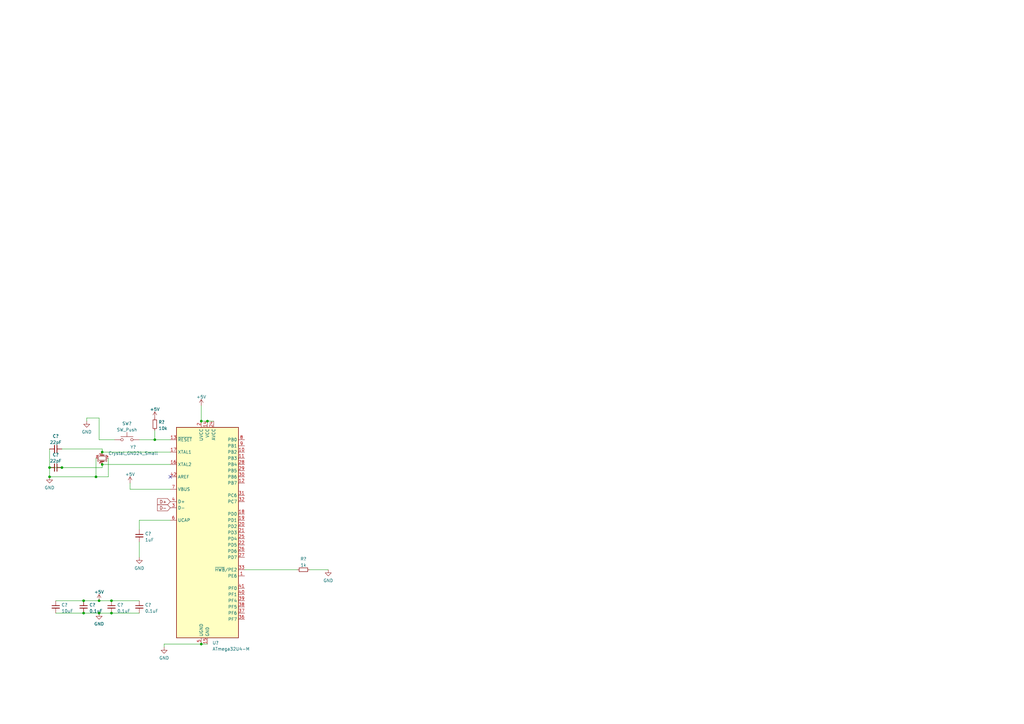
<source format=kicad_sch>
(kicad_sch (version 20211123) (generator eeschema)
  (paper "A3")
  (lib_symbols
    (symbol "Device:C_Small" (pin_numbers hide) (pin_names (offset 0.254) hide)
      (property "Reference" "C" (at 0.254 1.778 0))
      (property "Value" "C_Small" (at 0.254 -2.032 0))
      (symbol "C_Small_0_1"
        (polyline (pts (xy -1.524 -0.508) (xy 1.524 -0.508)) (stroke (width 0.3302)))
        (polyline (pts (xy -1.524 0.508) (xy 1.524 0.508)) (stroke (width 0.3048)))
      )
      (symbol "C_Small_1_1"
        (pin passive line (at 0 2.54 270) (length 2.032) (name "~") (number "1"))
        (pin passive line (at 0 -2.54 90) (length 2.032) (name "~") (number "2"))
      )
    )
    (symbol "Device:Crystal_GND24_Small" (pin_names (offset 1.016) hide)
      (property "Reference" "Y" (at 1.27 4.445 0))
      (property "Value" "Crystal_GND24_Small" (at 1.27 2.54 0))
      (symbol "Crystal_GND24_Small_0_1"
        (rectangle (start -0.762 -1.524) (end 0.762 1.524))
        (polyline (pts (xy -1.27 -0.762) (xy -1.27 0.762)) (stroke (width 0.381)))
        (polyline (pts (xy 1.27 -0.762) (xy 1.27 0.762)) (stroke (width 0.381)))
        (polyline (pts (xy -1.27 -1.27) (xy -1.27 -1.905) (xy 1.27 -1.905) (xy 1.27 -1.27)))
        (polyline (pts (xy -1.27 1.27) (xy -1.27 1.905) (xy 1.27 1.905) (xy 1.27 1.27)))
      )
      (symbol "Crystal_GND24_Small_1_1"
        (pin passive line (at -2.54 0 0) (length 1.27) (name "1") (number "1"))
        (pin passive line (at 0 -2.54 90) (length 0.635) (name "2") (number "2"))
        (pin passive line (at 2.54 0 180) (length 1.27) (name "3") (number "3"))
        (pin passive line (at 0 2.54 270) (length 0.635) (name "4") (number "4"))
      )
    )
    (symbol "Device:R_Small" (pin_numbers hide) (pin_names (offset 0.254) hide)
      (property "Reference" "R" (at 0.762 0.508 0))
      (property "Value" "R_Small" (at 0.762 -1.016 0))
      (symbol "R_Small_0_1"
        (rectangle (start -0.762 1.778) (end 0.762 -1.778) (stroke (width 0.2032)))
      )
      (symbol "R_Small_1_1"
        (pin passive line (at 0 2.54 270) (length 0.762) (name "~") (number "1"))
        (pin passive line (at 0 -2.54 90) (length 0.762) (name "~") (number "2"))
      )
    )
    (symbol "MCU_Microchip_ATmega:ATmega32U4-M"
      (property "Reference" "U" (at -12.7 44.45 0))
      (property "Value" "ATmega32U4-M" (at 2.54 -44.45 0))
      (symbol "ATmega32U4-M_0_1"
        (rectangle (start -12.7 -43.18) (end 12.7 43.18) (stroke (width 0.254)) (fill (type background)))
      )
      (symbol "ATmega32U4-M_1_1"
        (pin bidirectional line (at 15.24 -17.78 180) (length 2.54) (name "PE6") (number "1"))
        (pin bidirectional line (at 15.24 33.02 180) (length 2.54) (name "PB2") (number "10"))
        (pin bidirectional line (at 15.24 30.48 180) (length 2.54) (name "PB3") (number "11"))
        (pin bidirectional line (at 15.24 20.32 180) (length 2.54) (name "PB7") (number "12"))
        (pin input line (at -15.24 38.1 0) (length 2.54) (name "~{RESET}") (number "13"))
        (pin power_in line (at 0 45.72 270) (length 2.54) (name "VCC") (number "14"))
        (pin power_in line (at 0 -45.72 90) (length 2.54) (name "GND") (number "15"))
        (pin output line (at -15.24 27.94 0) (length 2.54) (name "XTAL2") (number "16"))
        (pin input line (at -15.24 33.02 0) (length 2.54) (name "XTAL1") (number "17"))
        (pin bidirectional line (at 15.24 7.62 180) (length 2.54) (name "PD0") (number "18"))
        (pin bidirectional line (at 15.24 5.08 180) (length 2.54) (name "PD1") (number "19"))
        (pin power_in line (at -2.54 45.72 270) (length 2.54) (name "UVCC") (number "2"))
        (pin bidirectional line (at 15.24 2.54 180) (length 2.54) (name "PD2") (number "20"))
        (pin bidirectional line (at 15.24 0 180) (length 2.54) (name "PD3") (number "21"))
        (pin bidirectional line (at 15.24 -5.08 180) (length 2.54) (name "PD5") (number "22"))
        (pin passive line (at 0 -45.72 90) (length 2.54) hide (name "GND") (number "23"))
        (pin power_in line (at 2.54 45.72 270) (length 2.54) (name "AVCC") (number "24"))
        (pin bidirectional line (at 15.24 -2.54 180) (length 2.54) (name "PD4") (number "25"))
        (pin bidirectional line (at 15.24 -7.62 180) (length 2.54) (name "PD6") (number "26"))
        (pin bidirectional line (at 15.24 -10.16 180) (length 2.54) (name "PD7") (number "27"))
        (pin bidirectional line (at 15.24 27.94 180) (length 2.54) (name "PB4") (number "28"))
        (pin bidirectional line (at 15.24 25.4 180) (length 2.54) (name "PB5") (number "29"))
        (pin bidirectional line (at -15.24 10.16 0) (length 2.54) (name "D-") (number "3"))
        (pin bidirectional line (at 15.24 22.86 180) (length 2.54) (name "PB6") (number "30"))
        (pin bidirectional line (at 15.24 15.24 180) (length 2.54) (name "PC6") (number "31"))
        (pin bidirectional line (at 15.24 12.7 180) (length 2.54) (name "PC7") (number "32"))
        (pin bidirectional line (at 15.24 -15.24 180) (length 2.54) (name "~{HWB}/PE2") (number "33"))
        (pin passive line (at 0 45.72 270) (length 2.54) hide (name "VCC") (number "34"))
        (pin passive line (at 0 -45.72 90) (length 2.54) hide (name "GND") (number "35"))
        (pin bidirectional line (at 15.24 -35.56 180) (length 2.54) (name "PF7") (number "36"))
        (pin bidirectional line (at 15.24 -33.02 180) (length 2.54) (name "PF6") (number "37"))
        (pin bidirectional line (at 15.24 -30.48 180) (length 2.54) (name "PF5") (number "38"))
        (pin bidirectional line (at 15.24 -27.94 180) (length 2.54) (name "PF4") (number "39"))
        (pin bidirectional line (at -15.24 12.7 0) (length 2.54) (name "D+") (number "4"))
        (pin bidirectional line (at 15.24 -25.4 180) (length 2.54) (name "PF1") (number "40"))
        (pin bidirectional line (at 15.24 -22.86 180) (length 2.54) (name "PF0") (number "41"))
        (pin passive line (at -15.24 22.86 0) (length 2.54) (name "AREF") (number "42"))
        (pin passive line (at 0 -45.72 90) (length 2.54) hide (name "GND") (number "43"))
        (pin passive line (at 2.54 45.72 270) (length 2.54) hide (name "AVCC") (number "44"))
        (pin passive line (at 0 -45.72 90) (length 2.54) hide (name "GND") (number "45"))
        (pin passive line (at -2.54 -45.72 90) (length 2.54) (name "UGND") (number "5"))
        (pin passive line (at -15.24 5.08 0) (length 2.54) (name "UCAP") (number "6"))
        (pin input line (at -15.24 17.78 0) (length 2.54) (name "VBUS") (number "7"))
        (pin bidirectional line (at 15.24 38.1 180) (length 2.54) (name "PB0") (number "8"))
        (pin bidirectional line (at 15.24 35.56 180) (length 2.54) (name "PB1") (number "9"))
      )
    )
    (symbol "Switch:SW_Push" (pin_numbers hide) (pin_names (offset 1.016) hide)
      (property "Reference" "SW" (at 1.27 2.54 0))
      (property "Value" "SW_Push" (at 0 -1.524 0))
      (symbol "SW_Push_0_1"
        (circle (center -2.032 0) (radius 0.508))
        (polyline (pts (xy 0 1.27) (xy 0 3.048)))
        (polyline (pts (xy 2.54 1.27) (xy -2.54 1.27)))
        (circle (center 2.032 0) (radius 0.508))
        (pin passive line (at -5.08 0 0) (length 2.54) (name "1") (number "1"))
        (pin passive line (at 5.08 0 180) (length 2.54) (name "2") (number "2"))
      )
    )
    (symbol "power:+5V" (power) (pin_names (offset 0))
      (property "Value" "+5V" (at 0 3.556 0))
      (symbol "+5V_0_1"
        (polyline (pts (xy -0.762 1.27) (xy 0 2.54)))
        (polyline (pts (xy 0 0) (xy 0 2.54)))
        (polyline (pts (xy 0 2.54) (xy 0.762 1.27)))
      )
      (symbol "+5V_1_1"
        (pin power_in line (at 0 0 90) (length 0) hide (name "+5V") (number "1"))
      )
    )
    (symbol "power:GND" (power) (pin_names (offset 0))
      (property "Value" "GND" (at 0 -3.81 0))
      (symbol "GND_0_1"
        (polyline (pts (xy 0 0) (xy 0 -1.27) (xy 1.27 -1.27) (xy 0 -2.54) (xy -1.27 -1.27) (xy 0 -1.27)))
      )
      (symbol "GND_1_1"
        (pin power_in line (at 0 0 270) (length 0) hide (name "GND") (number "1"))
      )
    )
  )
  (junction (at 40.64 251.46))
  (junction (at 85.09 172.72))
  (junction (at 41.91 190.5))
  (junction (at 20.32 195.58))
  (junction (at 34.29 246.38))
  (junction (at 25.4 191.77))
  (junction (at 39.37 195.58))
  (junction (at 63.5 180.34))
  (junction (at 34.29 251.46))
  (junction (at 82.55 264.16))
  (junction (at 20.32 191.77))
  (junction (at 40.64 246.38))
  (junction (at 41.91 185.42))
  (junction (at 82.55 172.72))
  (junction (at 45.72 251.46))
  (junction (at 45.72 246.38))
  (no_connect (at 69.85 195.58))
  (wire (pts (xy 34.29 251.46) (xy 40.64 251.46)))
  (wire (pts (xy 82.55 264.16) (xy 67.31 264.16)))
  (wire (pts (xy 45.72 251.46) (xy 57.15 251.46)))
  (wire (pts (xy 22.86 251.46) (xy 34.29 251.46)))
  (wire (pts (xy 25.4 191.77) (xy 41.91 191.77)))
  (wire (pts (xy 20.32 195.58) (xy 39.37 195.58)))
  (wire (pts (xy 63.5 176.53) (xy 63.5 180.34)))
  (wire (pts (xy 82.55 166.37) (xy 82.55 172.72)))
  (wire (pts (xy 40.64 171.45) (xy 40.64 180.34)))
  (wire (pts (xy 85.09 264.16) (xy 82.55 264.16)))
  (wire (pts (xy 40.64 246.38) (xy 45.72 246.38)))
  (wire (pts (xy 53.34 198.12) (xy 53.34 200.66)))
  (wire (pts (xy 20.32 191.77) (xy 20.32 195.58)))
  (wire (pts (xy 63.5 180.34) (xy 69.85 180.34)))
  (wire (pts (xy 20.32 184.15) (xy 20.32 191.77)))
  (wire (pts (xy 45.72 246.38) (xy 57.15 246.38)))
  (wire (pts (xy 57.15 180.34) (xy 63.5 180.34)))
  (wire (pts (xy 41.91 191.77) (xy 41.91 190.5)))
  (wire (pts (xy 25.4 184.15) (xy 41.91 184.15)))
  (wire (pts (xy 67.31 264.16) (xy 67.31 265.43)))
  (wire (pts (xy 87.63 172.72) (xy 85.09 172.72)))
  (wire (pts (xy 22.86 246.38) (xy 34.29 246.38)))
  (wire (pts (xy 40.64 251.46) (xy 45.72 251.46)))
  (wire (pts (xy 25.4 191.77) (xy 20.32 191.77)))
  (wire (pts (xy 41.91 190.5) (xy 69.85 190.5)))
  (wire (pts (xy 35.56 171.45) (xy 40.64 171.45)))
  (wire (pts (xy 44.45 195.58) (xy 39.37 195.58)))
  (wire (pts (xy 127 233.68) (xy 134.62 233.68)))
  (wire (pts (xy 85.09 172.72) (xy 82.55 172.72)))
  (wire (pts (xy 35.56 171.45) (xy 35.56 172.72)))
  (wire (pts (xy 57.15 213.36) (xy 57.15 217.17)))
  (wire (pts (xy 100.33 233.68) (xy 121.92 233.68)))
  (wire (pts (xy 69.85 213.36) (xy 57.15 213.36)))
  (wire (pts (xy 69.85 200.66) (xy 53.34 200.66)))
  (wire (pts (xy 46.99 180.34) (xy 40.64 180.34)))
  (wire (pts (xy 41.91 185.42) (xy 69.85 185.42)))
  (wire (pts (xy 39.37 187.96) (xy 39.37 195.58)))
  (wire (pts (xy 41.91 184.15) (xy 41.91 185.42)))
  (wire (pts (xy 34.29 246.38) (xy 40.64 246.38)))
  (wire (pts (xy 57.15 222.25) (xy 57.15 228.6)))
  (wire (pts (xy 44.45 187.96) (xy 44.45 195.58)))
  (global_label "D+" (shape input) (at 69.85 205.74 180) (property "Intersheet References" "${INTERSHEET_REFS}" (effects hide)))
  (global_label "D-" (shape input) (at 69.85 208.28 180) (property "Intersheet References" "${INTERSHEET_REFS}" (effects hide)))
  (symbol (lib_id "power:+5V") (at 82.55 166.37 0) (unit 1)
    (property "Reference" "#PWR?" (effects hide))
    (property "Value" "+5V" (at 82.55 162.7942 0))
  )
  (symbol (lib_id "Device:Crystal_GND24_Small") (at 41.91 187.96 270) (unit 1)
    (property "Reference" "Y?" (at 54.6289 183.3711 90))
    (property "Value" "Crystal_GND24_Small" (at 54.6289 185.908 90))
  )
  (symbol (lib_id "Switch:SW_Push") (at 52.07 180.34 0) (unit 1)
    (property "Reference" "SW?" (at 52.07 173.7192 0))
    (property "Value" "SW_Push" (at 52.07 176.2561 0))
  )
  (symbol (lib_id "Device:C_Small") (at 22.86 184.15 270) (unit 1)
    (property "Reference" "C?" (at 22.8536 178.8881 90))
    (property "Value" "22pF" (at 22.8536 181.425 90))
  )
  (symbol (lib_id "Device:C_Small") (at 57.15 248.92 0) (unit 1)
    (property "Reference" "C?" (at 59.4741 248.0916 0) (effects (justify left)))
    (property "Value" "0.1uF" (at 59.4741 250.6285 0) (effects (justify left)))
  )
  (symbol (lib_id "power:GND") (at 57.15 228.6 0) (unit 1)
    (property "Reference" "#PWR?" (effects hide))
    (property "Value" "GND" (at 57.15 233.0434 0))
  )
  (symbol (lib_id "Device:R_Small") (at 63.5 173.99 0) (unit 1)
    (property "Reference" "R?" (at 64.9986 173.1553 0) (effects (justify left)))
    (property "Value" "10k" (at 64.9986 175.6922 0) (effects (justify left)))
  )
  (symbol (lib_id "power:GND") (at 67.31 265.43 0) (unit 1)
    (property "Reference" "#PWR?" (effects hide))
    (property "Value" "GND" (at 67.31 269.8734 0))
  )
  (symbol (lib_id "Device:C_Small") (at 45.72 248.92 0) (unit 1)
    (property "Reference" "C?" (at 48.0441 248.0916 0) (effects (justify left)))
    (property "Value" "0.1uF" (at 48.0441 250.6285 0) (effects (justify left)))
  )
  (symbol (lib_id "MCU_Microchip_ATmega:ATmega32U4-M") (at 85.09 218.44 0) (unit 1)
    (property "Reference" "U?" (at 87.1094 263.6504 0) (effects (justify left)))
    (property "Value" "ATmega32U4-M" (at 87.1094 266.1873 0) (effects (justify left)))
    (property "Footprint" "Package_DFN_QFN:QFN-44-1EP_7x7mm_P0.5mm_EP5.2x5.2mm" (effects hide))
    (property "Datasheet" "http://ww1.microchip.com/downloads/en/DeviceDoc/Atmel-7766-8-bit-AVR-ATmega16U4-32U4_Datasheet.pdf" (effects hide))
  )
  (symbol (lib_id "power:GND") (at 134.62 233.68 0) (unit 1)
    (property "Reference" "#PWR?" (effects hide))
    (property "Value" "GND" (at 134.62 238.1234 0))
  )
  (symbol (lib_id "Device:C_Small") (at 57.15 219.71 0) (unit 1)
    (property "Reference" "C?" (at 59.4741 218.8816 0) (effects (justify left)))
    (property "Value" "1uF" (at 59.4741 221.4185 0) (effects (justify left)))
  )
  (symbol (lib_id "power:+5V") (at 40.64 246.38 0) (unit 1)
    (property "Reference" "#PWR?" (effects hide))
    (property "Value" "+5V" (at 40.64 242.8042 0))
  )
  (symbol (lib_id "power:+5V") (at 63.5 171.45 0) (unit 1)
    (property "Reference" "#PWR?" (effects hide))
    (property "Value" "+5V" (at 63.5 167.8742 0))
  )
  (symbol (lib_id "Device:R_Small") (at 124.46 233.68 90) (unit 1)
    (property "Reference" "R?" (at 124.46 229.2436 90))
    (property "Value" "1k" (at 124.46 231.7805 90))
  )
  (symbol (lib_id "Device:C_Small") (at 22.86 248.92 0) (unit 1)
    (property "Reference" "C?" (at 25.1841 248.0916 0) (effects (justify left)))
    (property "Value" "10uF" (at 25.1841 250.6285 0) (effects (justify left)))
  )
  (symbol (lib_id "Device:C_Small") (at 22.86 191.77 270) (unit 1)
    (property "Reference" "C?" (at 22.8536 186.5081 90))
    (property "Value" "22pF" (at 22.8536 189.045 90))
  )
  (symbol (lib_id "power:GND") (at 35.56 172.72 0) (unit 1)
    (property "Reference" "#PWR?" (effects hide))
    (property "Value" "GND" (at 35.56 177.1634 0))
  )
  (symbol (lib_id "power:+5V") (at 53.34 198.12 0) (unit 1)
    (property "Reference" "#PWR?" (effects hide))
    (property "Value" "+5V" (at 53.34 194.5442 0))
  )
  (symbol (lib_id "power:GND") (at 40.64 251.46 0) (unit 1)
    (property "Reference" "#PWR?" (effects hide))
    (property "Value" "GND" (at 40.64 255.9034 0))
  )
  (symbol (lib_id "power:GND") (at 20.32 195.58 0) (unit 1)
    (property "Reference" "#PWR?" (effects hide))
    (property "Value" "GND" (at 20.32 200.0234 0))
  )
  (symbol (lib_id "Device:C_Small") (at 34.29 248.92 0) (unit 1)
    (property "Reference" "C?" (at 36.6141 248.0916 0) (effects (justify left)))
    (property "Value" "0.1uF" (at 36.6141 250.6285 0) (effects (justify left)))
  )
)
</source>
